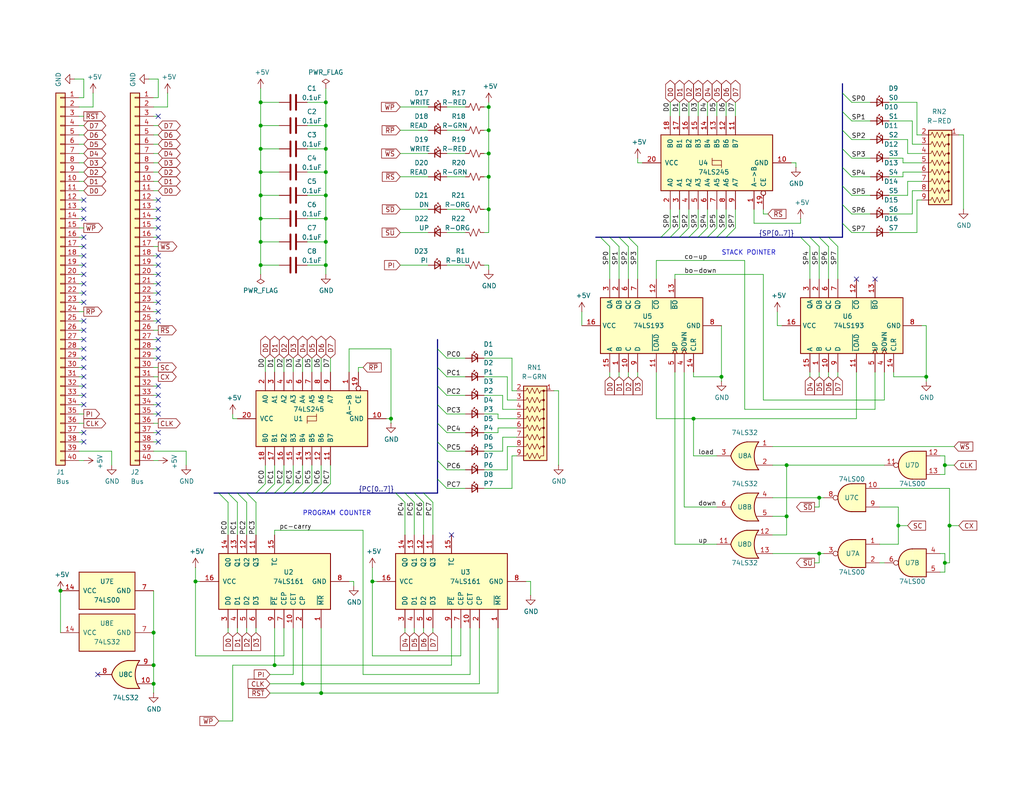
<source format=kicad_sch>
(kicad_sch (version 20231120) (generator "eeschema") (generator_version "8.0")
  (paper "USLetter")
  (title_block (title "SAP-Plus Program Counter and Stack Pointer") (date "2024-08-19") (rev "1.0") (company "github.com/TomNisbet/sap-plus"))
  (junction (at 71.12 46.99))
  (junction (at 74.93 181.61))
  (junction (at 41.91 186.69))
  (junction (at 88.9 34.29))
  (junction (at 101.6 158.75))
  (junction (at 88.9 59.69))
  (junction (at 87.63 189.23))
  (junction (at 196.85 102.87))
  (junction (at 88.9 53.34))
  (junction (at 71.12 53.34))
  (junction (at 106.68 114.3))
  (junction (at 88.9 40.64))
  (junction (at 88.9 46.99))
  (junction (at 257.81 153.67))
  (junction (at 71.12 66.04))
  (junction (at 133.35 48.26))
  (junction (at 245.11 143.51))
  (junction (at 41.91 181.61))
  (junction (at 71.12 27.94))
  (junction (at 133.35 35.56))
  (junction (at 53.34 158.75))
  (junction (at 41.91 172.72))
  (junction (at 88.9 27.94))
  (junction (at 259.08 143.51))
  (junction (at 189.23 114.3))
  (junction (at 133.35 29.21))
  (junction (at 71.12 40.64))
  (junction (at 88.9 66.04))
  (junction (at 214.63 127))
  (junction (at 214.63 140.97))
  (junction (at 223.52 151.13))
  (junction (at 71.12 34.29))
  (junction (at 88.9 72.39))
  (junction (at 133.35 41.91))
  (junction (at 133.35 57.15))
  (junction (at 71.12 59.69))
  (junction (at 82.55 186.69))
  (junction (at 257.81 127))
  (junction (at 16.51 161.29))
  (junction (at 223.52 135.89))
  (junction (at 71.12 72.39))
  (junction (at 252.73 102.87))
  (no_connect (at 123.19 146.05))
  (no_connect (at 22.86 80.01))
  (no_connect (at 22.86 87.63))
  (no_connect (at 22.86 59.69))
  (no_connect (at 43.18 107.95))
  (no_connect (at 43.18 118.11))
  (no_connect (at 238.76 76.2))
  (no_connect (at 22.86 64.77))
  (no_connect (at 43.18 92.71))
  (no_connect (at 43.18 62.23))
  (no_connect (at 22.86 69.85))
  (no_connect (at 43.18 54.61))
  (no_connect (at 22.86 97.79))
  (no_connect (at 22.86 77.47))
  (no_connect (at 22.86 118.11))
  (no_connect (at 43.18 64.77))
  (no_connect (at 22.86 74.93))
  (no_connect (at 22.86 57.15))
  (no_connect (at 43.18 72.39))
  (no_connect (at 43.18 69.85))
  (no_connect (at 43.18 77.47))
  (no_connect (at 26.67 184.15))
  (no_connect (at 22.86 92.71))
  (no_connect (at 22.86 67.31))
  (no_connect (at 43.18 95.25))
  (no_connect (at 43.18 120.65))
  (no_connect (at 22.86 95.25))
  (no_connect (at 22.86 102.87))
  (no_connect (at 22.86 105.41))
  (no_connect (at 22.86 100.33))
  (no_connect (at 22.86 90.17))
  (no_connect (at 43.18 110.49))
  (no_connect (at 43.18 74.93))
  (no_connect (at 233.68 76.2))
  (no_connect (at 43.18 85.09))
  (no_connect (at 43.18 80.01))
  (no_connect (at 22.86 82.55))
  (no_connect (at 22.86 120.65))
  (no_connect (at 22.86 54.61))
  (no_connect (at 22.86 107.95))
  (no_connect (at 43.18 31.75))
  (no_connect (at 43.18 59.69))
  (no_connect (at 43.18 113.03))
  (no_connect (at 43.18 97.79))
  (no_connect (at 22.86 110.49))
  (no_connect (at 43.18 87.63))
  (no_connect (at 22.86 72.39))
  (no_connect (at 43.18 57.15))
  (no_connect (at 43.18 105.41))
  (no_connect (at 43.18 82.55))
  (bus_entry (at 166.37 64.77) (size 2.54 2.54))
  (bus_entry (at 163.83 64.77) (size 2.54 2.54))
  (bus_entry (at 229.87 30.48) (size 2.54 2.54))
  (bus_entry (at 119.38 95.25) (size 2.54 2.54))
  (bus_entry (at 195.58 64.77) (size 2.54 -2.54))
  (bus_entry (at 107.95 134.62) (size 2.54 2.54))
  (bus_entry (at 226.06 64.77) (size 2.54 2.54))
  (bus_entry (at 67.31 134.62) (size 2.54 2.54))
  (bus_entry (at 113.03 134.62) (size 2.54 2.54))
  (bus_entry (at 115.57 134.62) (size 2.54 2.54))
  (bus_entry (at 229.87 60.96) (size 2.54 2.54))
  (bus_entry (at 59.69 134.62) (size 2.54 2.54))
  (bus_entry (at 229.87 35.56) (size 2.54 2.54))
  (bus_entry (at 168.91 64.77) (size 2.54 2.54))
  (bus_entry (at 69.85 134.62) (size 2.54 -2.54))
  (bus_entry (at 64.77 134.62) (size 2.54 2.54))
  (bus_entry (at 218.44 64.77) (size 2.54 2.54))
  (bus_entry (at 119.38 125.73) (size 2.54 2.54))
  (bus_entry (at 180.34 64.77) (size 2.54 -2.54))
  (bus_entry (at 62.23 134.62) (size 2.54 2.54))
  (bus_entry (at 185.42 64.77) (size 2.54 -2.54))
  (bus_entry (at 182.88 64.77) (size 2.54 -2.54))
  (bus_entry (at 119.38 130.81) (size 2.54 2.54))
  (bus_entry (at 229.87 50.8) (size 2.54 2.54))
  (bus_entry (at 119.38 100.33) (size 2.54 2.54))
  (bus_entry (at 77.47 134.62) (size 2.54 -2.54))
  (bus_entry (at 87.63 134.62) (size 2.54 -2.54))
  (bus_entry (at 229.87 55.88) (size 2.54 2.54))
  (bus_entry (at 223.52 64.77) (size 2.54 2.54))
  (bus_entry (at 229.87 45.72) (size 2.54 2.54))
  (bus_entry (at 72.39 134.62) (size 2.54 -2.54))
  (bus_entry (at 187.96 64.77) (size 2.54 -2.54))
  (bus_entry (at 171.45 64.77) (size 2.54 2.54))
  (bus_entry (at 119.38 110.49) (size 2.54 2.54))
  (bus_entry (at 82.55 134.62) (size 2.54 -2.54))
  (bus_entry (at 119.38 105.41) (size 2.54 2.54))
  (bus_entry (at 229.87 25.4) (size 2.54 2.54))
  (bus_entry (at 193.04 64.77) (size 2.54 -2.54))
  (bus_entry (at 110.49 134.62) (size 2.54 2.54))
  (bus_entry (at 119.38 115.57) (size 2.54 2.54))
  (bus_entry (at 85.09 134.62) (size 2.54 -2.54))
  (bus_entry (at 119.38 120.65) (size 2.54 2.54))
  (bus_entry (at 74.93 134.62) (size 2.54 -2.54))
  (bus_entry (at 198.12 64.77) (size 2.54 -2.54))
  (bus_entry (at 190.5 64.77) (size 2.54 -2.54))
  (bus_entry (at 80.01 134.62) (size 2.54 -2.54))
  (bus_entry (at 220.98 64.77) (size 2.54 2.54))
  (bus_entry (at 229.87 40.64) (size 2.54 2.54))
  (wire (pts (xy 228.6 102.87) (xy 228.6 101.6)))
  (wire (pts (xy 118.11 137.16) (xy 118.11 146.05)))
  (wire (pts (xy 21.59 123.19) (xy 30.48 123.19)))
  (wire (pts (xy 140.97 106.68) (xy 139.7 106.68)))
  (wire (pts (xy 99.06 100.33) (xy 97.79 100.33)))
  (wire (pts (xy 21.59 29.21) (xy 25.4 29.21)))
  (wire (pts (xy 22.86 87.63) (xy 21.59 87.63)))
  (wire (pts (xy 232.41 33.02) (xy 237.49 33.02)))
  (wire (pts (xy 22.86 34.29) (xy 21.59 34.29)))
  (wire (pts (xy 22.86 105.41) (xy 21.59 105.41)))
  (wire (pts (xy 139.7 133.35) (xy 139.7 124.46)))
  (bus (pts (xy 119.38 100.33) (xy 119.38 105.41)))
  (wire (pts (xy 135.89 171.45) (xy 135.89 189.23)))
  (wire (pts (xy 82.55 186.69) (xy 73.66 186.69)))
  (bus (pts (xy 229.87 25.4) (xy 229.87 30.48)))
  (wire (pts (xy 214.63 127) (xy 241.3 127)))
  (wire (pts (xy 203.2 111.76) (xy 238.76 111.76)))
  (wire (pts (xy 22.86 54.61) (xy 21.59 54.61)))
  (wire (pts (xy 43.18 118.11) (xy 41.91 118.11)))
  (wire (pts (xy 90.17 132.08) (xy 90.17 127)))
  (wire (pts (xy 246.38 43.18) (xy 246.38 44.45)))
  (bus (pts (xy 72.39 134.62) (xy 74.93 134.62)))
  (wire (pts (xy 43.18 110.49) (xy 41.91 110.49)))
  (wire (pts (xy 242.57 58.42) (xy 248.92 58.42)))
  (bus (pts (xy 218.44 64.77) (xy 220.98 64.77)))
  (wire (pts (xy 43.18 125.73) (xy 41.91 125.73)))
  (bus (pts (xy 229.87 30.48) (xy 229.87 35.56)))
  (wire (pts (xy 109.22 41.91) (xy 116.84 41.91)))
  (bus (pts (xy 119.38 125.73) (xy 119.38 130.81)))
  (wire (pts (xy 133.35 29.21) (xy 133.35 35.56)))
  (wire (pts (xy 257.81 129.54) (xy 256.54 129.54)))
  (wire (pts (xy 99.06 184.15) (xy 128.27 184.15)))
  (bus (pts (xy 223.52 64.77) (xy 226.06 64.77)))
  (wire (pts (xy 77.47 132.08) (xy 77.47 127)))
  (wire (pts (xy 257.81 124.46) (xy 257.81 127)))
  (wire (pts (xy 74.93 132.08) (xy 74.93 127)))
  (wire (pts (xy 133.35 41.91) (xy 133.35 48.26)))
  (wire (pts (xy 22.86 80.01) (xy 21.59 80.01)))
  (wire (pts (xy 22.86 64.77) (xy 21.59 64.77)))
  (wire (pts (xy 109.22 72.39) (xy 116.84 72.39)))
  (bus (pts (xy 119.38 130.81) (xy 119.38 134.62)))
  (wire (pts (xy 16.51 172.72) (xy 16.51 161.29)))
  (wire (pts (xy 97.79 100.33) (xy 97.79 101.6)))
  (wire (pts (xy 41.91 186.69) (xy 41.91 189.23)))
  (wire (pts (xy 121.92 123.19) (xy 127 123.19)))
  (wire (pts (xy 127 29.21) (xy 121.92 29.21)))
  (wire (pts (xy 88.9 53.34) (xy 88.9 59.69)))
  (wire (pts (xy 63.5 196.85) (xy 63.5 181.61)))
  (wire (pts (xy 43.18 100.33) (xy 41.91 100.33)))
  (wire (pts (xy 22.86 74.93) (xy 21.59 74.93)))
  (wire (pts (xy 247.65 143.51) (xy 245.11 143.51)))
  (wire (pts (xy 76.2 53.34) (xy 71.12 53.34)))
  (wire (pts (xy 101.6 158.75) (xy 101.6 154.94)))
  (wire (pts (xy 43.18 44.45) (xy 41.91 44.45)))
  (bus (pts (xy 198.12 64.77) (xy 218.44 64.77)))
  (wire (pts (xy 138.43 109.22) (xy 140.97 109.22)))
  (wire (pts (xy 210.82 121.92) (xy 260.35 121.92)))
  (wire (pts (xy 109.22 57.15) (xy 116.84 57.15)))
  (bus (pts (xy 229.87 22.86) (xy 229.87 25.4)))
  (wire (pts (xy 139.7 106.68) (xy 139.7 97.79)))
  (wire (pts (xy 76.2 59.69) (xy 71.12 59.69)))
  (wire (pts (xy 168.91 67.31) (xy 168.91 76.2)))
  (wire (pts (xy 76.2 46.99) (xy 71.12 46.99)))
  (wire (pts (xy 41.91 123.19) (xy 50.8 123.19)))
  (wire (pts (xy 246.38 44.45) (xy 251.46 44.45)))
  (wire (pts (xy 133.35 35.56) (xy 133.35 41.91)))
  (wire (pts (xy 54.61 158.75) (xy 53.34 158.75)))
  (wire (pts (xy 22.86 92.71) (xy 21.59 92.71)))
  (wire (pts (xy 232.41 48.26) (xy 237.49 48.26)))
  (bus (pts (xy 163.83 64.77) (xy 166.37 64.77)))
  (wire (pts (xy 71.12 46.99) (xy 71.12 53.34)))
  (wire (pts (xy 128.27 184.15) (xy 128.27 171.45)))
  (wire (pts (xy 186.69 138.43) (xy 195.58 138.43)))
  (wire (pts (xy 109.22 48.26) (xy 116.84 48.26)))
  (wire (pts (xy 208.28 74.93) (xy 208.28 109.22)))
  (wire (pts (xy 22.86 46.99) (xy 21.59 46.99)))
  (wire (pts (xy 88.9 66.04) (xy 88.9 72.39)))
  (wire (pts (xy 115.57 171.45) (xy 115.57 172.72)))
  (bus (pts (xy 119.38 110.49) (xy 119.38 115.57)))
  (wire (pts (xy 173.99 67.31) (xy 173.99 76.2)))
  (wire (pts (xy 212.09 88.9) (xy 212.09 85.09)))
  (wire (pts (xy 22.86 49.53) (xy 21.59 49.53)))
  (bus (pts (xy 69.85 134.62) (xy 72.39 134.62)))
  (wire (pts (xy 210.82 135.89) (xy 223.52 135.89)))
  (wire (pts (xy 256.54 151.13) (xy 257.81 151.13)))
  (wire (pts (xy 133.35 41.91) (xy 132.08 41.91)))
  (wire (pts (xy 259.08 133.35) (xy 259.08 143.51)))
  (bus (pts (xy 229.87 50.8) (xy 229.87 55.88)))
  (wire (pts (xy 77.47 101.6) (xy 77.47 97.79)))
  (wire (pts (xy 22.86 67.31) (xy 21.59 67.31)))
  (wire (pts (xy 22.86 59.69) (xy 21.59 59.69)))
  (wire (pts (xy 189.23 124.46) (xy 189.23 114.3)))
  (wire (pts (xy 222.25 138.43) (xy 223.52 138.43)))
  (wire (pts (xy 45.72 25.4) (xy 45.72 29.21)))
  (bus (pts (xy 82.55 134.62) (xy 85.09 134.62)))
  (wire (pts (xy 133.35 29.21) (xy 132.08 29.21)))
  (wire (pts (xy 189.23 114.3) (xy 179.07 114.3)))
  (wire (pts (xy 209.55 58.42) (xy 208.28 58.42)))
  (wire (pts (xy 171.45 67.31) (xy 171.45 76.2)))
  (bus (pts (xy 64.77 134.62) (xy 67.31 134.62)))
  (wire (pts (xy 43.18 62.23) (xy 41.91 62.23)))
  (wire (pts (xy 175.26 44.45) (xy 173.99 44.45)))
  (wire (pts (xy 251.46 36.83) (xy 250.19 36.83)))
  (wire (pts (xy 67.31 171.45) (xy 67.31 172.72)))
  (wire (pts (xy 127 97.79) (xy 121.92 97.79)))
  (bus (pts (xy 193.04 64.77) (xy 195.58 64.77)))
  (wire (pts (xy 241.3 109.22) (xy 241.3 101.6)))
  (wire (pts (xy 43.18 26.67) (xy 41.91 26.67)))
  (wire (pts (xy 121.92 113.03) (xy 127 113.03)))
  (wire (pts (xy 133.35 57.15) (xy 133.35 63.5)))
  (wire (pts (xy 109.22 63.5) (xy 116.84 63.5)))
  (wire (pts (xy 132.08 97.79) (xy 139.7 97.79)))
  (wire (pts (xy 88.9 24.13) (xy 88.9 27.94)))
  (wire (pts (xy 85.09 132.08) (xy 85.09 127)))
  (bus (pts (xy 185.42 64.77) (xy 187.96 64.77)))
  (wire (pts (xy 87.63 189.23) (xy 73.66 189.23)))
  (bus (pts (xy 119.38 115.57) (xy 119.38 120.65)))
  (wire (pts (xy 43.18 21.59) (xy 43.18 26.67)))
  (wire (pts (xy 121.92 72.39) (xy 127 72.39)))
  (wire (pts (xy 214.63 146.05) (xy 214.63 140.97)))
  (wire (pts (xy 242.57 48.26) (xy 246.38 48.26)))
  (wire (pts (xy 74.93 101.6) (xy 74.93 97.79)))
  (wire (pts (xy 43.18 105.41) (xy 41.91 105.41)))
  (wire (pts (xy 43.18 72.39) (xy 41.91 72.39)))
  (wire (pts (xy 173.99 102.87) (xy 173.99 101.6)))
  (wire (pts (xy 184.15 74.93) (xy 208.28 74.93)))
  (wire (pts (xy 50.8 123.19) (xy 50.8 127)))
  (wire (pts (xy 137.16 119.38) (xy 140.97 119.38)))
  (wire (pts (xy 67.31 137.16) (xy 67.31 146.05)))
  (wire (pts (xy 22.86 41.91) (xy 21.59 41.91)))
  (wire (pts (xy 193.04 31.75) (xy 193.04 27.94)))
  (wire (pts (xy 88.9 59.69) (xy 88.9 66.04)))
  (bus (pts (xy 229.87 55.88) (xy 229.87 60.96)))
  (bus (pts (xy 229.87 40.64) (xy 229.87 45.72)))
  (wire (pts (xy 106.68 114.3) (xy 106.68 115.57)))
  (bus (pts (xy 195.58 64.77) (xy 198.12 64.77)))
  (wire (pts (xy 187.96 31.75) (xy 187.96 27.94)))
  (wire (pts (xy 22.86 62.23) (xy 21.59 62.23)))
  (wire (pts (xy 189.23 102.87) (xy 196.85 102.87)))
  (wire (pts (xy 262.89 36.83) (xy 262.89 57.15)))
  (wire (pts (xy 246.38 48.26) (xy 246.38 46.99)))
  (wire (pts (xy 137.16 123.19) (xy 137.16 119.38)))
  (wire (pts (xy 184.15 101.6) (xy 184.15 148.59)))
  (wire (pts (xy 25.4 25.4) (xy 25.4 29.21)))
  (wire (pts (xy 109.22 35.56) (xy 116.84 35.56)))
  (wire (pts (xy 43.18 85.09) (xy 41.91 85.09)))
  (wire (pts (xy 22.86 57.15) (xy 21.59 57.15)))
  (wire (pts (xy 166.37 101.6) (xy 166.37 102.87)))
  (wire (pts (xy 21.59 115.57) (xy 22.86 115.57)))
  (bus (pts (xy 80.01 134.62) (xy 82.55 134.62)))
  (wire (pts (xy 232.41 53.34) (xy 237.49 53.34)))
  (wire (pts (xy 22.86 102.87) (xy 21.59 102.87)))
  (wire (pts (xy 43.18 36.83) (xy 41.91 36.83)))
  (bus (pts (xy 119.38 120.65) (xy 119.38 125.73)))
  (wire (pts (xy 121.92 107.95) (xy 127 107.95)))
  (wire (pts (xy 80.01 184.15) (xy 73.66 184.15)))
  (wire (pts (xy 242.57 38.1) (xy 247.65 38.1)))
  (wire (pts (xy 95.25 101.6) (xy 95.25 95.25)))
  (wire (pts (xy 137.16 111.76) (xy 140.97 111.76)))
  (wire (pts (xy 247.65 41.91) (xy 251.46 41.91)))
  (wire (pts (xy 223.52 153.67) (xy 223.52 151.13)))
  (wire (pts (xy 63.5 114.3) (xy 63.5 113.03)))
  (wire (pts (xy 220.98 67.31) (xy 220.98 76.2)))
  (wire (pts (xy 187.96 62.23) (xy 187.96 57.15)))
  (wire (pts (xy 233.68 101.6) (xy 233.68 114.3)))
  (wire (pts (xy 232.41 43.18) (xy 237.49 43.18)))
  (wire (pts (xy 87.63 189.23) (xy 135.89 189.23)))
  (wire (pts (xy 21.59 118.11) (xy 22.86 118.11)))
  (wire (pts (xy 76.2 40.64) (xy 71.12 40.64)))
  (wire (pts (xy 74.93 171.45) (xy 74.93 181.61)))
  (wire (pts (xy 22.86 31.75) (xy 21.59 31.75)))
  (wire (pts (xy 22.86 107.95) (xy 21.59 107.95)))
  (wire (pts (xy 43.18 92.71) (xy 41.91 92.71)))
  (wire (pts (xy 242.57 27.94) (xy 250.19 27.94)))
  (wire (pts (xy 223.52 101.6) (xy 223.52 102.87)))
  (bus (pts (xy 85.09 134.62) (xy 87.63 134.62)))
  (wire (pts (xy 43.18 57.15) (xy 41.91 57.15)))
  (wire (pts (xy 257.81 153.67) (xy 259.08 153.67)))
  (wire (pts (xy 88.9 34.29) (xy 88.9 40.64)))
  (wire (pts (xy 203.2 71.12) (xy 203.2 111.76)))
  (bus (pts (xy 62.23 134.62) (xy 64.77 134.62)))
  (wire (pts (xy 184.15 76.2) (xy 184.15 74.93)))
  (wire (pts (xy 127 63.5) (xy 121.92 63.5)))
  (wire (pts (xy 185.42 62.23) (xy 185.42 57.15)))
  (wire (pts (xy 22.86 52.07) (xy 21.59 52.07)))
  (wire (pts (xy 179.07 71.12) (xy 203.2 71.12)))
  (wire (pts (xy 43.18 80.01) (xy 41.91 80.01)))
  (wire (pts (xy 43.18 87.63) (xy 41.91 87.63)))
  (bus (pts (xy 171.45 64.77) (xy 180.34 64.77)))
  (bus (pts (xy 226.06 64.77) (xy 229.87 64.77)))
  (wire (pts (xy 139.7 124.46) (xy 140.97 124.46)))
  (wire (pts (xy 22.86 95.25) (xy 21.59 95.25)))
  (wire (pts (xy 132.08 102.87) (xy 138.43 102.87)))
  (wire (pts (xy 125.73 171.45) (xy 125.73 179.07)))
  (wire (pts (xy 240.03 153.67) (xy 241.3 153.67)))
  (wire (pts (xy 88.9 27.94) (xy 88.9 34.29)))
  (wire (pts (xy 43.18 82.55) (xy 41.91 82.55)))
  (wire (pts (xy 243.84 102.87) (xy 243.84 101.6)))
  (bus (pts (xy 119.38 105.41) (xy 119.38 110.49)))
  (wire (pts (xy 71.12 34.29) (xy 71.12 40.64)))
  (wire (pts (xy 245.11 148.59) (xy 240.03 148.59)))
  (wire (pts (xy 22.86 69.85) (xy 21.59 69.85)))
  (wire (pts (xy 205.74 57.15) (xy 205.74 60.96)))
  (bus (pts (xy 190.5 64.77) (xy 193.04 64.77)))
  (wire (pts (xy 85.09 101.6) (xy 85.09 97.79)))
  (wire (pts (xy 132.08 72.39) (xy 133.35 72.39)))
  (wire (pts (xy 83.82 59.69) (xy 88.9 59.69)))
  (wire (pts (xy 71.12 66.04) (xy 71.12 72.39)))
  (wire (pts (xy 232.41 38.1) (xy 237.49 38.1)))
  (wire (pts (xy 43.18 52.07) (xy 41.91 52.07)))
  (wire (pts (xy 22.86 26.67) (xy 21.59 26.67)))
  (wire (pts (xy 168.91 101.6) (xy 168.91 102.87)))
  (wire (pts (xy 76.2 66.04) (xy 71.12 66.04)))
  (wire (pts (xy 96.52 158.75) (xy 96.52 160.02)))
  (wire (pts (xy 261.62 36.83) (xy 262.89 36.83)))
  (wire (pts (xy 76.2 72.39) (xy 71.12 72.39)))
  (wire (pts (xy 83.82 53.34) (xy 88.9 53.34)))
  (wire (pts (xy 88.9 72.39) (xy 88.9 74.93)))
  (wire (pts (xy 41.91 113.03) (xy 43.18 113.03)))
  (wire (pts (xy 71.12 27.94) (xy 71.12 34.29)))
  (wire (pts (xy 77.47 171.45) (xy 77.47 179.07)))
  (wire (pts (xy 110.49 171.45) (xy 110.49 172.72)))
  (wire (pts (xy 138.43 102.87) (xy 138.43 109.22)))
  (wire (pts (xy 74.93 144.78) (xy 74.93 146.05)))
  (bus (pts (xy 113.03 134.62) (xy 115.57 134.62)))
  (wire (pts (xy 41.91 172.72) (xy 41.91 181.61)))
  (wire (pts (xy 118.11 172.72) (xy 118.11 171.45)))
  (wire (pts (xy 217.17 44.45) (xy 217.17 45.72)))
  (wire (pts (xy 179.07 76.2) (xy 179.07 71.12)))
  (wire (pts (xy 252.73 88.9) (xy 251.46 88.9)))
  (wire (pts (xy 247.65 49.53) (xy 251.46 49.53)))
  (wire (pts (xy 185.42 31.75) (xy 185.42 27.94)))
  (bus (pts (xy 229.87 35.56) (xy 229.87 40.64)))
  (wire (pts (xy 210.82 140.97) (xy 214.63 140.97)))
  (wire (pts (xy 143.51 158.75) (xy 144.78 158.75)))
  (wire (pts (xy 115.57 137.16) (xy 115.57 146.05)))
  (wire (pts (xy 132.08 133.35) (xy 139.7 133.35)))
  (wire (pts (xy 80.01 171.45) (xy 80.01 184.15)))
  (wire (pts (xy 76.2 27.94) (xy 71.12 27.94)))
  (wire (pts (xy 64.77 114.3) (xy 63.5 114.3)))
  (wire (pts (xy 43.18 54.61) (xy 41.91 54.61)))
  (wire (pts (xy 99.06 144.78) (xy 99.06 184.15)))
  (wire (pts (xy 43.18 46.99) (xy 41.91 46.99)))
  (wire (pts (xy 106.68 95.25) (xy 106.68 114.3)))
  (wire (pts (xy 43.18 34.29) (xy 41.91 34.29)))
  (wire (pts (xy 87.63 101.6) (xy 87.63 97.79)))
  (bus (pts (xy 229.87 45.72) (xy 229.87 50.8)))
  (wire (pts (xy 259.08 143.51) (xy 259.08 153.67)))
  (wire (pts (xy 132.08 113.03) (xy 135.89 113.03)))
  (wire (pts (xy 257.81 153.67) (xy 257.81 156.21)))
  (wire (pts (xy 240.03 133.35) (xy 259.08 133.35)))
  (wire (pts (xy 200.66 31.75) (xy 200.66 27.94)))
  (wire (pts (xy 166.37 67.31) (xy 166.37 76.2)))
  (wire (pts (xy 22.86 85.09) (xy 21.59 85.09)))
  (wire (pts (xy 184.15 148.59) (xy 195.58 148.59)))
  (bus (pts (xy 229.87 60.96) (xy 229.87 64.77)))
  (wire (pts (xy 102.87 158.75) (xy 101.6 158.75)))
  (wire (pts (xy 76.2 34.29) (xy 71.12 34.29)))
  (wire (pts (xy 43.18 49.53) (xy 41.91 49.53)))
  (wire (pts (xy 101.6 158.75) (xy 101.6 179.07)))
  (wire (pts (xy 248.92 52.07) (xy 251.46 52.07)))
  (wire (pts (xy 257.81 127) (xy 257.81 129.54)))
  (wire (pts (xy 247.65 53.34) (xy 247.65 49.53)))
  (wire (pts (xy 242.57 53.34) (xy 247.65 53.34)))
  (wire (pts (xy 69.85 137.16) (xy 69.85 146.05)))
  (wire (pts (xy 43.18 74.93) (xy 41.91 74.93)))
  (wire (pts (xy 43.18 107.95) (xy 41.91 107.95)))
  (bus (pts (xy 168.91 64.77) (xy 171.45 64.77)))
  (wire (pts (xy 132.08 107.95) (xy 137.16 107.95)))
  (bus (pts (xy 119.38 95.25) (xy 119.38 100.33)))
  (wire (pts (xy 40.64 21.59) (xy 43.18 21.59)))
  (wire (pts (xy 132.08 123.19) (xy 137.16 123.19)))
  (wire (pts (xy 232.41 63.5) (xy 237.49 63.5)))
  (wire (pts (xy 248.92 33.02) (xy 248.92 39.37)))
  (wire (pts (xy 82.55 101.6) (xy 82.55 97.79)))
  (wire (pts (xy 113.03 137.16) (xy 113.03 146.05)))
  (wire (pts (xy 247.65 38.1) (xy 247.65 41.91)))
  (wire (pts (xy 133.35 63.5) (xy 132.08 63.5)))
  (wire (pts (xy 223.52 135.89) (xy 224.79 135.89)))
  (wire (pts (xy 242.57 43.18) (xy 246.38 43.18)))
  (wire (pts (xy 233.68 114.3) (xy 189.23 114.3)))
  (wire (pts (xy 71.12 72.39) (xy 71.12 74.93)))
  (wire (pts (xy 83.82 46.99) (xy 88.9 46.99)))
  (wire (pts (xy 240.03 138.43) (xy 245.11 138.43)))
  (wire (pts (xy 71.12 40.64) (xy 71.12 46.99)))
  (wire (pts (xy 214.63 140.97) (xy 214.63 127)))
  (wire (pts (xy 113.03 171.45) (xy 113.03 172.72)))
  (wire (pts (xy 83.82 34.29) (xy 88.9 34.29)))
  (wire (pts (xy 99.06 144.78) (xy 74.93 144.78)))
  (bus (pts (xy 187.96 64.77) (xy 190.5 64.77)))
  (wire (pts (xy 43.18 120.65) (xy 41.91 120.65)))
  (wire (pts (xy 210.82 146.05) (xy 214.63 146.05)))
  (wire (pts (xy 82.55 186.69) (xy 130.81 186.69)))
  (wire (pts (xy 62.23 171.45) (xy 62.23 172.72)))
  (wire (pts (xy 101.6 179.07) (xy 125.73 179.07)))
  (wire (pts (xy 71.12 53.34) (xy 71.12 59.69)))
  (wire (pts (xy 190.5 62.23) (xy 190.5 57.15)))
  (wire (pts (xy 83.82 66.04) (xy 88.9 66.04)))
  (wire (pts (xy 22.86 72.39) (xy 21.59 72.39)))
  (wire (pts (xy 72.39 101.6) (xy 72.39 97.79)))
  (wire (pts (xy 53.34 158.75) (xy 53.34 154.94)))
  (wire (pts (xy 130.81 171.45) (xy 130.81 186.69)))
  (wire (pts (xy 198.12 62.23) (xy 198.12 57.15)))
  (wire (pts (xy 43.18 39.37) (xy 41.91 39.37)))
  (wire (pts (xy 208.28 58.42) (xy 208.28 57.15)))
  (wire (pts (xy 123.19 171.45) (xy 123.19 181.61)))
  (wire (pts (xy 22.86 90.17) (xy 21.59 90.17)))
  (wire (pts (xy 121.92 102.87) (xy 127 102.87)))
  (wire (pts (xy 71.12 59.69) (xy 71.12 66.04)))
  (wire (pts (xy 22.86 39.37) (xy 21.59 39.37)))
  (wire (pts (xy 72.39 132.08) (xy 72.39 127)))
  (wire (pts (xy 195.58 124.46) (xy 189.23 124.46)))
  (wire (pts (xy 88.9 40.64) (xy 88.9 46.99)))
  (wire (pts (xy 43.18 67.31) (xy 41.91 67.31)))
  (bus (pts (xy 107.95 134.62) (xy 110.49 134.62)))
  (wire (pts (xy 22.86 44.45) (xy 21.59 44.45)))
  (wire (pts (xy 208.28 109.22) (xy 241.3 109.22)))
  (wire (pts (xy 21.59 110.49) (xy 22.86 110.49)))
  (wire (pts (xy 63.5 181.61) (xy 74.93 181.61)))
  (wire (pts (xy 63.5 196.85) (xy 59.69 196.85)))
  (wire (pts (xy 237.49 27.94) (xy 232.41 27.94)))
  (wire (pts (xy 182.88 62.23) (xy 182.88 57.15)))
  (bus (pts (xy 119.38 92.71) (xy 119.38 95.25)))
  (wire (pts (xy 222.25 153.67) (xy 223.52 153.67)))
  (bus (pts (xy 77.47 134.62) (xy 80.01 134.62)))
  (wire (pts (xy 144.78 158.75) (xy 144.78 162.56)))
  (wire (pts (xy 179.07 114.3) (xy 179.07 101.6)))
  (wire (pts (xy 43.18 102.87) (xy 41.91 102.87)))
  (wire (pts (xy 257.81 156.21) (xy 256.54 156.21)))
  (wire (pts (xy 173.99 44.45) (xy 173.99 43.18)))
  (wire (pts (xy 152.4 106.68) (xy 152.4 127)))
  (wire (pts (xy 109.22 29.21) (xy 116.84 29.21)))
  (wire (pts (xy 22.86 36.83) (xy 21.59 36.83)))
  (wire (pts (xy 259.08 143.51) (xy 261.62 143.51)))
  (wire (pts (xy 62.23 137.16) (xy 62.23 146.05)))
  (wire (pts (xy 190.5 31.75) (xy 190.5 27.94)))
  (wire (pts (xy 22.86 113.03) (xy 21.59 113.03)))
  (wire (pts (xy 133.35 48.26) (xy 133.35 57.15)))
  (wire (pts (xy 132.08 118.11) (xy 135.89 118.11)))
  (wire (pts (xy 218.44 60.96) (xy 218.44 59.69)))
  (bus (pts (xy 220.98 64.77) (xy 223.52 64.77)))
  (wire (pts (xy 22.86 125.73) (xy 21.59 125.73)))
  (wire (pts (xy 43.18 95.25) (xy 41.91 95.25)))
  (wire (pts (xy 127 35.56) (xy 121.92 35.56)))
  (wire (pts (xy 82.55 171.45) (xy 82.55 186.69)))
  (wire (pts (xy 20.32 21.59) (xy 22.86 21.59)))
  (wire (pts (xy 196.85 88.9) (xy 196.85 102.87)))
  (wire (pts (xy 257.81 151.13) (xy 257.81 153.67)))
  (wire (pts (xy 43.18 115.57) (xy 41.91 115.57)))
  (wire (pts (xy 43.18 90.17) (xy 41.91 90.17)))
  (wire (pts (xy 30.48 123.19) (xy 30.48 127)))
  (wire (pts (xy 200.66 62.23) (xy 200.66 57.15)))
  (wire (pts (xy 74.93 181.61) (xy 123.19 181.61)))
  (wire (pts (xy 83.82 40.64) (xy 88.9 40.64)))
  (wire (pts (xy 223.52 67.31) (xy 223.52 76.2)))
  (wire (pts (xy 83.82 72.39) (xy 88.9 72.39)))
  (wire (pts (xy 80.01 101.6) (xy 80.01 97.79)))
  (wire (pts (xy 198.12 31.75) (xy 198.12 27.94)))
  (wire (pts (xy 21.59 120.65) (xy 22.86 120.65)))
  (wire (pts (xy 53.34 179.07) (xy 53.34 158.75)))
  (wire (pts (xy 232.41 58.42) (xy 237.49 58.42)))
  (wire (pts (xy 88.9 46.99) (xy 88.9 53.34)))
  (wire (pts (xy 121.92 133.35) (xy 127 133.35)))
  (wire (pts (xy 252.73 102.87) (xy 252.73 104.14)))
  (wire (pts (xy 22.86 21.59) (xy 22.86 26.67)))
  (bus (pts (xy 115.57 134.62) (xy 119.38 134.62)))
  (wire (pts (xy 226.06 101.6) (xy 226.06 102.87)))
  (wire (pts (xy 223.52 135.89) (xy 223.52 138.43)))
  (wire (pts (xy 69.85 172.72) (xy 69.85 171.45)))
  (bus (pts (xy 74.93 134.62) (xy 77.47 134.62)))
  (wire (pts (xy 135.89 118.11) (xy 135.89 116.84)))
  (bus (pts (xy 67.31 134.62) (xy 69.85 134.62)))
  (bus (pts (xy 166.37 64.77) (xy 168.91 64.77)))
  (wire (pts (xy 256.54 124.46) (xy 257.81 124.46)))
  (wire (pts (xy 43.18 97.79) (xy 41.91 97.79)))
  (wire (pts (xy 105.41 114.3) (xy 106.68 114.3)))
  (wire (pts (xy 43.18 77.47) (xy 41.91 77.47)))
  (wire (pts (xy 127 41.91) (xy 121.92 41.91)))
  (wire (pts (xy 43.18 31.75) (xy 41.91 31.75)))
  (wire (pts (xy 121.92 128.27) (xy 127 128.27)))
  (wire (pts (xy 80.01 132.08) (xy 80.01 127)))
  (wire (pts (xy 210.82 127) (xy 214.63 127)))
  (bus (pts (xy 182.88 64.77) (xy 185.42 64.77)))
  (wire (pts (xy 95.25 158.75) (xy 96.52 158.75)))
  (wire (pts (xy 186.69 101.6) (xy 186.69 138.43)))
  (wire (pts (xy 83.82 27.94) (xy 88.9 27.94)))
  (wire (pts (xy 90.17 101.6) (xy 90.17 97.79)))
  (wire (pts (xy 250.19 63.5) (xy 250.19 54.61)))
  (wire (pts (xy 151.13 106.68) (xy 152.4 106.68)))
  (wire (pts (xy 260.35 127) (xy 257.81 127)))
  (wire (pts (xy 127 48.26) (xy 121.92 48.26)))
  (wire (pts (xy 110.49 137.16) (xy 110.49 146.05)))
  (wire (pts (xy 135.89 113.03) (xy 135.89 114.3)))
  (bus (pts (xy 87.63 134.62) (xy 107.95 134.62)))
  (wire (pts (xy 226.06 67.31) (xy 226.06 76.2)))
  (wire (pts (xy 228.6 67.31) (xy 228.6 76.2)))
  (wire (pts (xy 250.19 54.61) (xy 251.46 54.61)))
  (wire (pts (xy 210.82 151.13) (xy 223.52 151.13)))
  (bus (pts (xy 59.69 134.62) (xy 62.23 134.62)))
  (wire (pts (xy 64.77 137.16) (xy 64.77 146.05)))
  (wire (pts (xy 138.43 121.92) (xy 140.97 121.92)))
  (wire (pts (xy 248.92 58.42) (xy 248.92 52.07)))
  (wire (pts (xy 133.35 57.15) (xy 132.08 57.15)))
  (wire (pts (xy 95.25 95.25) (xy 106.68 95.25)))
  (wire (pts (xy 133.35 35.56) (xy 132.08 35.56)))
  (wire (pts (xy 22.86 77.47) (xy 21.59 77.47)))
  (wire (pts (xy 220.98 101.6) (xy 220.98 102.87)))
  (wire (pts (xy 133.35 72.39) (xy 133.35 73.66)))
  (wire (pts (xy 43.18 64.77) (xy 41.91 64.77)))
  (wire (pts (xy 133.35 27.94) (xy 133.35 29.21)))
  (wire (pts (xy 71.12 24.13) (xy 71.12 27.94)))
  (wire (pts (xy 171.45 101.6) (xy 171.45 102.87)))
  (wire (pts (xy 246.38 46.99) (xy 251.46 46.99)))
  (wire (pts (xy 43.18 41.91) (xy 41.91 41.91)))
  (wire (pts (xy 53.34 179.07) (xy 77.47 179.07)))
  (wire (pts (xy 242.57 33.02) (xy 248.92 33.02)))
  (wire (pts (xy 127 57.15) (xy 121.92 57.15)))
  (wire (pts (xy 243.84 102.87) (xy 252.73 102.87)))
  (wire (pts (xy 158.75 88.9) (xy 158.75 85.09)))
  (wire (pts (xy 213.36 88.9) (xy 212.09 88.9)))
  (wire (pts (xy 43.18 69.85) (xy 41.91 69.85)))
  (wire (pts (xy 245.11 138.43) (xy 245.11 143.51)))
  (wire (pts (xy 242.57 63.5) (xy 250.19 63.5)))
  (wire (pts (xy 133.35 48.26) (xy 132.08 48.26)))
  (wire (pts (xy 248.92 39.37) (xy 251.46 39.37)))
  (wire (pts (xy 205.74 60.96) (xy 218.44 60.96)))
  (wire (pts (xy 189.23 101.6) (xy 189.23 102.87)))
  (wire (pts (xy 250.19 36.83) (xy 250.19 27.94)))
  (wire (pts (xy 135.89 116.84) (xy 140.97 116.84)))
  (wire (pts (xy 223.52 151.13) (xy 224.79 151.13)))
  (wire (pts (xy 41.91 161.29) (xy 41.91 172.72)))
  (wire (pts (xy 238.76 111.76) (xy 238.76 101.6)))
  (bus (pts (xy 162.56 64.77) (xy 163.83 64.77)))
  (wire (pts (xy 87.63 171.45) (xy 87.63 189.23)))
  (wire (pts (xy 215.9 44.45) (xy 217.17 44.45)))
  (wire (pts (xy 193.04 62.23) (xy 193.04 57.15)))
  (wire (pts (xy 245.11 143.51) (xy 245.11 148.59)))
  (bus (pts (xy 58.42 134.62) (xy 59.69 134.62)))
  (wire (pts (xy 22.86 100.33) (xy 21.59 100.33)))
  (wire (pts (xy 64.77 171.45) (xy 64.77 172.72)))
  (bus (pts (xy 110.49 134.62) (xy 113.03 134.62)))
  (wire (pts (xy 121.92 118.11) (xy 127 118.11)))
  (wire (pts (xy 41.91 29.21) (xy 45.72 29.21)))
  (wire (pts (xy 22.86 97.79) (xy 21.59 97.79)))
  (bus (pts (xy 180.34 64.77) (xy 182.88 64.77)))
  (wire (pts (xy 138.43 128.27) (xy 138.43 121.92)))
  (wire (pts (xy 22.86 82.55) (xy 21.59 82.55)))
  (wire (pts (xy 182.88 31.75) (xy 182.88 27.94)))
  (wire (pts (xy 82.55 132.08) (xy 82.55 127)))
  (wire (pts (xy 41.91 181.61) (xy 41.91 186.69)))
  (wire (pts (xy 195.58 62.23) (xy 195.58 57.15)))
  (wire (pts (xy 252.73 88.9) (xy 252.73 102.87)))
  (wire (pts (xy 196.85 102.87) (xy 196.85 104.14)))
  (wire (pts (xy 137.16 107.95) (xy 137.16 111.76)))
  (wire (pts (xy 87.63 132.08) (xy 87.63 127)))
  (wire (pts (xy 43.18 59.69) (xy 41.91 59.69)))
  (wire (pts (xy 132.08 128.27) (xy 138.43 128.27)))
  (wire (pts (xy 195.58 31.75) (xy 195.58 27.94)))
  (wire (pts (xy 135.89 114.3) (xy 140.97 114.3)))
  (text "PROGRAM COUNTER" (at 82.55 140.97 0) (effects (font (size 1.27 1.27)) (justify left bottom)))
  (text "STACK POINTER" (at 196.85 69.85 0) (effects (font (size 1.27 1.27)) (justify left bottom)))
  (label "SP4" (at 236.22 48.26 180))
  (label "D6" (at 87.63 97.79 270))
  (label "SP3" (at 236.22 43.18 180))
  (label "SP2" (at 236.22 38.1 180))
  (label "{SP[0..7]}" (at 207.01 64.77 0))
  (label "PC3" (at 80.01 128.27 270))
  (label "PC2" (at 67.31 146.05 90))
  (label "PC5" (at 85.09 128.27 270))
  (label "D3" (at 80.01 97.79 270))
  (label "PC4" (at 110.49 140.97 90))
  (label "D7" (at 200.66 27.94 270))
  (label "SP1" (at 185.42 58.42 270))
  (label "SP6" (at 226.06 72.39 90))
  (label "D0" (at 182.88 27.94 270))
  (label "{PC[0..7]}" (at 97.79 134.62 0))
  (label "SP0" (at 166.37 72.39 90))
  (label "PC4" (at 125.73 118.11 180))
  (label "SP4" (at 193.04 58.42 270))
  (label "PC0" (at 62.23 146.05 90))
  (label "PC7" (at 125.73 133.35 180))
  (label "SP3" (at 190.5 58.42 270))
  (label "D4" (at 82.55 97.79 270))
  (label "load" (at 190.5 124.46 0))
  (label "D6" (at 198.12 27.94 270))
  (label "PC3" (at 69.85 146.05 90))
  (label "pc-carry" (at 76.2 144.78 0))
  (label "PC1" (at 64.77 146.05 90))
  (label "D4" (at 193.04 27.94 270))
  (label "PC0" (at 72.39 128.27 270))
  (label "SP4" (at 220.98 72.39 90))
  (label "PC7" (at 90.17 128.27 270))
  (label "SP3" (at 173.99 72.39 90))
  (label "SP7" (at 236.22 63.5 180))
  (label "SP1" (at 236.22 33.02 180))
  (label "bo-down" (at 186.69 74.93 0))
  (label "PC1" (at 125.73 102.87 180))
  (label "D1" (at 74.93 97.79 270))
  (label "SP5" (at 223.52 72.39 90))
  (label "SP2" (at 187.96 58.42 270))
  (label "SP5" (at 195.58 58.42 270))
  (label "SP2" (at 171.45 72.39 90))
  (label "SP1" (at 168.91 72.39 90))
  (label "SP7" (at 200.66 58.42 270))
  (label "D7" (at 90.17 97.79 270))
  (label "PC7" (at 118.11 140.97 90))
  (label "SP5" (at 236.22 53.34 180))
  (label "down" (at 190.5 138.43 0))
  (label "SP6" (at 198.12 58.42 270))
  (label "PC5" (at 113.03 140.97 90))
  (label "PC2" (at 125.73 107.95 180))
  (label "D2" (at 77.47 97.79 270))
  (label "PC6" (at 115.57 140.97 90))
  (label "PC0" (at 125.73 97.79 180))
  (label "D5" (at 195.58 27.94 270))
  (label "SP0" (at 182.88 58.42 270))
  (label "up" (at 190.5 148.59 0))
  (label "SP6" (at 236.22 58.42 180))
  (label "D1" (at 185.42 27.94 270))
  (label "SP7" (at 228.6 72.39 90))
  (label "PC3" (at 125.73 113.03 180))
  (label "D3" (at 190.5 27.94 270))
  (label "PC2" (at 77.47 128.27 270))
  (label "PC6" (at 87.63 128.27 270))
  (label "PC4" (at 82.55 128.27 270))
  (label "D0" (at 72.39 97.79 270))
  (label "PC5" (at 125.73 123.19 180))
  (label "PC1" (at 74.93 128.27 270))
  (label "PC6" (at 125.73 128.27 180))
  (label "D2" (at 187.96 27.94 270))
  (label "SP0" (at 236.22 27.94 180))
  (label "D5" (at 85.09 97.79 270))
  (label "co-up" (at 186.69 71.12 0))
  (global_label "PI" (shape output) (at 22.86 113.03 0) (property "Intersheetrefs" "${INTERSHEET_REFS}" (effects (hide yes))))
  (global_label "CLK" (shape output) (at 43.18 115.57 0) (property "Intersheetrefs" "${INTERSHEET_REFS}" (effects (hide yes))))
  (global_label "D7" (shape input) (at 228.6 102.87 270) (property "Intersheetrefs" "${INTERSHEET_REFS}" (effects (hide yes))))
  (global_label "D0" (shape input) (at 62.23 172.72 270) (property "Intersheetrefs" "${INTERSHEET_REFS}" (effects (hide yes))))
  (global_label "D2" (shape tri_state) (at 77.47 97.79 90) (property "Intersheetrefs" "${INTERSHEET_REFS}" (effects (hide yes))))
  (global_label "D6" (shape tri_state) (at 198.12 27.94 90) (property "Intersheetrefs" "${INTERSHEET_REFS}" (effects (hide yes))))
  (global_label "D3" (shape tri_state) (at 80.01 97.79 90) (property "Intersheetrefs" "${INTERSHEET_REFS}" (effects (hide yes))))
  (global_label "D1" (shape bidirectional) (at 22.86 49.53 0) (property "Intersheetrefs" "${INTERSHEET_REFS}" (effects (hide yes))))
  (global_label "D3" (shape bidirectional) (at 22.86 44.45 0) (property "Intersheetrefs" "${INTERSHEET_REFS}" (effects (hide yes))))
  (global_label "D6" (shape input) (at 226.06 102.87 270) (property "Intersheetrefs" "${INTERSHEET_REFS}" (effects (hide yes))))
  (global_label "CLK" (shape input) (at 260.35 127 0) (property "Intersheetrefs" "${INTERSHEET_REFS}" (effects (hide yes))))
  (global_label "D2" (shape input) (at 67.31 172.72 270) (property "Intersheetrefs" "${INTERSHEET_REFS}" (effects (hide yes))))
  (global_label "D4" (shape input) (at 220.98 102.87 270) (property "Intersheetrefs" "${INTERSHEET_REFS}" (effects (hide yes))))
  (global_label "D3" (shape input) (at 173.99 102.87 270) (property "Intersheetrefs" "${INTERSHEET_REFS}" (effects (hide yes))))
  (global_label "D5" (shape input) (at 223.52 102.87 270) (property "Intersheetrefs" "${INTERSHEET_REFS}" (effects (hide yes))))
  (global_label "D7" (shape tri_state) (at 200.66 27.94 90) (property "Intersheetrefs" "${INTERSHEET_REFS}" (effects (hide yes))))
  (global_label "~{WP}" (shape input) (at 59.69 196.85 180) (property "Intersheetrefs" "${INTERSHEET_REFS}" (effects (hide yes))))
  (global_label "D3" (shape bidirectional) (at 43.18 44.45 0) (property "Intersheetrefs" "${INTERSHEET_REFS}" (effects (hide yes))))
  (global_label "D2" (shape tri_state) (at 187.96 27.94 90) (property "Intersheetrefs" "${INTERSHEET_REFS}" (effects (hide yes))))
  (global_label "~{WS}" (shape input) (at 109.22 41.91 180) (property "Intersheetrefs" "${INTERSHEET_REFS}" (effects (hide yes))))
  (global_label "~{RS}" (shape output) (at 43.18 90.17 0) (property "Intersheetrefs" "${INTERSHEET_REFS}" (effects (hide yes))))
  (global_label "~{RP}" (shape output) (at 22.86 85.09 0) (property "Intersheetrefs" "${INTERSHEET_REFS}" (effects (hide yes))))
  (global_label "D1" (shape tri_state) (at 74.93 97.79 90) (property "Intersheetrefs" "${INTERSHEET_REFS}" (effects (hide yes))))
  (global_label "D0" (shape tri_state) (at 182.88 27.94 90) (property "Intersheetrefs" "${INTERSHEET_REFS}" (effects (hide yes))))
  (global_label "~{SU}" (shape output) (at 222.25 153.67 180) (property "Intersheetrefs" "${INTERSHEET_REFS}" (effects (hide yes))))
  (global_label "D5" (shape input) (at 113.03 172.72 270) (property "Intersheetrefs" "${INTERSHEET_REFS}" (effects (hide yes))))
  (global_label "D1" (shape bidirectional) (at 43.18 49.53 0) (property "Intersheetrefs" "${INTERSHEET_REFS}" (effects (hide yes))))
  (global_label "D5" (shape tri_state) (at 85.09 97.79 90) (property "Intersheetrefs" "${INTERSHEET_REFS}" (effects (hide yes))))
  (global_label "~{SD}" (shape output) (at 222.25 138.43 180) (property "Intersheetrefs" "${INTERSHEET_REFS}" (effects (hide yes))))
  (global_label "~{WS}" (shape input) (at 260.35 121.92 0) (property "Intersheetrefs" "${INTERSHEET_REFS}" (effects (hide yes))))
  (global_label "D5" (shape tri_state) (at 195.58 27.94 90) (property "Intersheetrefs" "${INTERSHEET_REFS}" (effects (hide yes))))
  (global_label "D0" (shape bidirectional) (at 22.86 52.07 0) (property "Intersheetrefs" "${INTERSHEET_REFS}" (effects (hide yes))))
  (global_label "D4" (shape bidirectional) (at 43.18 41.91 0) (property "Intersheetrefs" "${INTERSHEET_REFS}" (effects (hide yes))))
  (global_label "D4" (shape input) (at 110.49 172.72 270) (property "Intersheetrefs" "${INTERSHEET_REFS}" (effects (hide yes))))
  (global_label "SC" (shape input) (at 247.65 143.51 0) (property "Intersheetrefs" "${INTERSHEET_REFS}" (effects (hide yes))))
  (global_label "~{WP}" (shape input) (at 109.22 29.21 180) (property "Intersheetrefs" "${INTERSHEET_REFS}" (effects (hide yes))))
  (global_label "CX" (shape input) (at 261.62 143.51 0) (property "Intersheetrefs" "${INTERSHEET_REFS}" (effects (hide yes))))
  (global_label "D6" (shape bidirectional) (at 22.86 36.83 0) (property "Intersheetrefs" "${INTERSHEET_REFS}" (effects (hide yes))))
  (global_label "PI" (shape input) (at 109.22 72.39 180) (property "Intersheetrefs" "${INTERSHEET_REFS}" (effects (hide yes))))
  (global_label "D5" (shape bidirectional) (at 43.18 39.37 0) (property "Intersheetrefs" "${INTERSHEET_REFS}" (effects (hide yes))))
  (global_label "SC" (shape output) (at 43.18 100.33 0) (property "Intersheetrefs" "${INTERSHEET_REFS}" (effects (hide yes))))
  (global_label "D1" (shape input) (at 64.77 172.72 270) (property "Intersheetrefs" "${INTERSHEET_REFS}" (effects (hide yes))))
  (global_label "~{WS}" (shape output) (at 43.18 67.31 0) (property "Intersheetrefs" "${INTERSHEET_REFS}" (effects (hide yes))))
  (global_label "D3" (shape tri_state) (at 190.5 27.94 90) (property "Intersheetrefs" "${INTERSHEET_REFS}" (effects (hide yes))))
  (global_label "~{WP}" (shape output) (at 22.86 62.23 0) (property "Intersheetrefs" "${INTERSHEET_REFS}" (effects (hide yes))))
  (global_label "D7" (shape bidirectional) (at 43.18 34.29 0) (property "Intersheetrefs" "${INTERSHEET_REFS}" (effects (hide yes))))
  (global_label "~{RS}" (shape input) (at 209.55 58.42 0) (property "Intersheetrefs" "${INTERSHEET_REFS}" (effects (hide yes))))
  (global_label "~{SU}" (shape input) (at 109.22 63.5 180) (property "Intersheetrefs" "${INTERSHEET_REFS}" (effects (hide yes))))
  (global_label "CX" (shape output) (at 43.18 102.87 0) (property "Intersheetrefs" "${INTERSHEET_REFS}" (effects (hide yes))))
  (global_label "D5" (shape bidirectional) (at 22.86 39.37 0) (property "Intersheetrefs" "${INTERSHEET_REFS}" (effects (hide yes))))
  (global_label "~{RP}" (shape input) (at 99.06 100.33 0) (property "Intersheetrefs" "${INTERSHEET_REFS}" (effects (hide yes))))
  (global_label "D4" (shape tri_state) (at 193.04 27.94 90) (property "Intersheetrefs" "${INTERSHEET_REFS}" (effects (hide yes))))
  (global_label "D0" (shape tri_state) (at 72.39 97.79 90) (property "Intersheetrefs" "${INTERSHEET_REFS}" (effects (hide yes))))
  (global_label "D4" (shape tri_state) (at 82.55 97.79 90) (property "Intersheetrefs" "${INTERSHEET_REFS}" (effects (hide yes))))
  (global_label "D6" (shape tri_state) (at 87.63 97.79 90) (property "Intersheetrefs" "${INTERSHEET_REFS}" (effects (hide yes))))
  (global_label "D0" (shape bidirectional) (at 43.18 52.07 0) (property "Intersheetrefs" "${INTERSHEET_REFS}" (effects (hide yes))))
  (global_label "~{RST}" (shape output) (at 22.86 31.75 0) (property "Intersheetrefs" "${INTERSHEET_REFS}" (effects (hide yes))))
  (global_label "D7" (shape bidirectional) (at 22.86 34.29 0) (property "Intersheetrefs" "${INTERSHEET_REFS}" (effects (hide yes))))
  (global_label "D2" (shape input) (at 171.45 102.87 270) (property "Intersheetrefs" "${INTERSHEET_REFS}" (effects (hide yes))))
  (global_label "D2" (shape bidirectional) (at 22.86 46.99 0) (property "Intersheetrefs" "${INTERSHEET_REFS}" (effects (hide yes))))
  (global_label "D6" (shape input) (at 115.57 172.72 270) (property "Intersheetrefs" "${INTERSHEET_REFS}" (effects (hide yes))))
  (global_label "D1" (shape input) (at 168.91 102.87 270) (property "Intersheetrefs" "${INTERSHEET_REFS}" (effects (hide yes))))
  (global_label "D4" (shape bidirectional) (at 22.86 41.91 0) (property "Intersheetrefs" "${INTERSHEET_REFS}" (effects (hide yes))))
  (global_label "D7" (shape tri_state) (at 90.17 97.79 90) (property "Intersheetrefs" "${INTERSHEET_REFS}" (effects (hide yes))))
  (global_label "D0" (shape input) (at 166.37 102.87 270) (property "Intersheetrefs" "${INTERSHEET_REFS}" (effects (hide yes))))
  (global_label "~{RS}" (shape input) (at 109.22 48.26 180) (property "Intersheetrefs" "${INTERSHEET_REFS}" (effects (hide yes))))
  (global_label "D3" (shape input) (at 69.85 172.72 270) (property "Intersheetrefs" "${INTERSHEET_REFS}" (effects (hide yes))))
  (global_label "D7" (shape input) (at 118.11 172.72 270) (property "Intersheetrefs" "${INTERSHEET_REFS}" (effects (hide yes))))
  (global_label "CLK" (shape output) (at 22.86 115.57 0) (property "Intersheetrefs" "${INTERSHEET_REFS}" (effects (hide yes))))
  (global_label "D1" (shape tri_state) (at 185.42 27.94 90) (property "Intersheetrefs" "${INTERSHEET_REFS}" (effects (hide yes))))
  (global_label "~{RST}" (shape input) (at 73.66 189.23 180) (property "Intersheetrefs" "${INTERSHEET_REFS}" (effects (hide yes))))
  (global_label "~{SD}" (shape input) (at 109.22 57.15 180) (property "Intersheetrefs" "${INTERSHEET_REFS}" (effects (hide yes))))
  (global_label "~{RP}" (shape input) (at 109.22 35.56 180) (property "Intersheetrefs" "${INTERSHEET_REFS}" (effects (hide yes))))
  (global_label "D6" (shape bidirectional) (at 43.18 36.83 0) (property "Intersheetrefs" "${INTERSHEET_REFS}" (effects (hide yes))))
  (global_label "PI" (shape input) (at 73.66 184.15 180) (property "Intersheetrefs" "${INTERSHEET_REFS}" (effects (hide yes))))
  (global_label "D2" (shape bidirectional) (at 43.18 46.99 0) (property "Intersheetrefs" "${INTERSHEET_REFS}" (effects (hide yes))))
  (global_label "CLK" (shape input) (at 73.66 186.69 180) (property "Intersheetrefs" "${INTERSHEET_REFS}" (effects (hide yes))))
  (symbol (lib_id "Connector_Generic:Conn_01x40") (at 16.51 74.93 0) (mirror y) (unit 1)
    (property "Reference" "J1" (at 16.51 128.905 0))
    (property "Value" "Bus" (at 17.145 131.445 0))
    (property "Footprint" "Connector_PinHeader_2.54mm:PinHeader_1x40_P2.54mm_Vertical" (effects (hide yes)))
  )
  (symbol (lib_id "power:GND") (at 20.32 21.59 270) (unit 1)
    (property "Reference" "#PWR01" (effects (hide yes)))
    (property "Value" "GND" (at 15.9258 21.717 0))
    (property "Description" "Power symbol creates a global label with name \"GND\" , ground" (effects (hide yes)))
  )
  (symbol (lib_id "Connector_Generic:Conn_01x40") (at 36.83 74.93 0) (mirror y) (unit 1)
    (property "Reference" "J2" (at 36.83 128.905 0))
    (property "Value" "Bus" (at 37.465 131.445 0))
    (property "Footprint" "Connector_PinHeader_2.54mm:PinHeader_1x40_P2.54mm_Vertical" (effects (hide yes)))
  )
  (symbol (lib_id "power:GND") (at 40.64 21.59 270) (unit 1)
    (property "Reference" "#PWR03" (effects (hide yes)))
    (property "Value" "GND" (at 36.2458 21.717 0))
    (property "Description" "Power symbol creates a global label with name \"GND\" , ground" (effects (hide yes)))
  )
  (symbol (lib_id "power:GND") (at 196.85 104.14 0) (unit 1)
    (property "Reference" "#PWR014" (effects (hide yes)))
    (property "Value" "GND" (at 196.977 108.5342 0))
    (property "Description" "Power symbol creates a global label with name \"GND\" , ground" (effects (hide yes)))
  )
  (symbol (lib_id "power:GND") (at 252.73 104.14 0) (unit 1)
    (property "Reference" "#PWR019" (effects (hide yes)))
    (property "Value" "GND" (at 252.857 108.5342 0))
    (property "Description" "Power symbol creates a global label with name \"GND\" , ground" (effects (hide yes)))
  )
  (symbol (lib_id "Device:LED_Small") (at 240.03 63.5 0) (mirror y) (unit 1)
    (property "Reference" "D16" (at 245.11 59.69 0) (effects (justify left)))
    (property "Value" "S7" (at 245.11 62.23 0) (effects (justify left)))
    (property "Footprint" "LED_THT:LED_D3.0mm" (effects (hide yes)))
  )
  (symbol (lib_id "Device:LED_Small") (at 240.03 58.42 0) (mirror y) (unit 1)
    (property "Reference" "D15" (at 245.11 54.61 0) (effects (justify left)))
    (property "Value" "S6" (at 245.11 57.15 0) (effects (justify left)))
    (property "Footprint" "LED_THT:LED_D3.0mm" (effects (hide yes)))
  )
  (symbol (lib_id "Device:LED_Small") (at 240.03 53.34 0) (mirror y) (unit 1)
    (property "Reference" "D14" (at 245.11 49.53 0) (effects (justify left)))
    (property "Value" "S5" (at 245.11 52.07 0) (effects (justify left)))
    (property "Footprint" "LED_THT:LED_D3.0mm" (effects (hide yes)))
  )
  (symbol (lib_id "Device:LED_Small") (at 240.03 48.26 0) (mirror y) (unit 1)
    (property "Reference" "D13" (at 245.11 44.45 0) (effects (justify left)))
    (property "Value" "S4" (at 245.11 46.99 0) (effects (justify left)))
    (property "Footprint" "LED_THT:LED_D3.0mm" (effects (hide yes)))
  )
  (symbol (lib_id "Device:LED_Small") (at 240.03 43.18 0) (mirror y) (unit 1)
    (property "Reference" "D12" (at 245.11 39.37 0) (effects (justify left)))
    (property "Value" "S3" (at 245.11 41.91 0) (effects (justify left)))
    (property "Footprint" "LED_THT:LED_D3.0mm" (effects (hide yes)))
  )
  (symbol (lib_id "Device:LED_Small") (at 240.03 38.1 0) (mirror y) (unit 1)
    (property "Reference" "D11" (at 245.11 34.29 0) (effects (justify left)))
    (property "Value" "S2" (at 245.11 36.83 0) (effects (justify left)))
    (property "Footprint" "LED_THT:LED_D3.0mm" (effects (hide yes)))
  )
  (symbol (lib_id "Device:LED_Small") (at 240.03 33.02 0) (mirror y) (unit 1)
    (property "Reference" "D10" (at 245.11 29.21 0) (effects (justify left)))
    (property "Value" "S1" (at 245.11 31.75 0) (effects (justify left)))
    (property "Footprint" "LED_THT:LED_D3.0mm" (effects (hide yes)))
  )
  (symbol (lib_id "power:GND") (at 262.89 57.15 0) (unit 1)
    (property "Reference" "#PWR018" (effects (hide yes)))
    (property "Value" "GND" (at 263.017 61.5442 0))
    (property "Description" "Power symbol creates a global label with name \"GND\" , ground" (effects (hide yes)))
  )
  (symbol (lib_id "Device:LED_Small") (at 240.03 27.94 0) (mirror y) (unit 1)
    (property "Reference" "D9" (at 245.11 24.13 0) (effects (justify left)))
    (property "Value" "S0" (at 245.11 26.67 0) (effects (justify left)))
    (property "Footprint" "LED_THT:LED_D3.0mm" (effects (hide yes)))
  )
  (symbol (lib_id "74xx:74LS245") (at 195.58 44.45 90) (unit 1)
    (property "Reference" "U4" (at 190.5 44.45 90) (effects (justify right)))
    (property "Value" "74LS245" (at 190.5 46.99 90) (effects (justify right)))
    (property "Footprint" "Package_DIP:DIP-20_W7.62mm" (effects (hide yes)))
    (property "Datasheet" "http://www.ti.com/lit/gpn/sn74LS245" (effects (hide yes)))
    (property "Description" "Octal BUS Transceivers, 3-State outputs" (effects (hide yes)))
  )
  (symbol (lib_id "Device:C") (at 80.01 46.99 270) (unit 1)
    (property "Reference" "C4" (at 85.09 43.18 90))
    (property "Value" "0.1uF" (at 85.09 45.72 90))
    (property "Footprint" "Capacitor_THT:C_Disc_D3.0mm_W1.6mm_P2.50mm" (effects (hide yes)))
  )
  (symbol (lib_id "74xx:74LS161") (at 74.93 158.75 90) (unit 1)
    (property "Reference" "U2" (at 78.74 156.21 90))
    (property "Value" "74LS161" (at 78.74 158.75 90))
    (property "Footprint" "Package_DIP:DIP-16_W7.62mm" (effects (hide yes)))
    (property "Datasheet" "http://www.ti.com/lit/gpn/sn74LS161" (effects (hide yes)))
  )
  (symbol (lib_id "74xx:74LS193") (at 176.53 88.9 90) (unit 1)
    (property "Reference" "U5" (at 175.26 86.36 90) (effects (justify right)))
    (property "Value" "74LS193" (at 172.72 88.9 90) (effects (justify right)))
    (property "Footprint" "Package_DIP:DIP-16_W7.62mm" (effects (hide yes)))
    (property "Datasheet" "http://www.ti.com/lit/ds/symlink/sn74ls193.pdf" (effects (hide yes)))
  )
  (symbol (lib_id "74xx:74LS193") (at 231.14 88.9 90) (unit 1)
    (property "Reference" "U6" (at 229.87 86.36 90) (effects (justify right)))
    (property "Value" "74LS193" (at 227.33 88.9 90) (effects (justify right)))
    (property "Footprint" "Package_DIP:DIP-16_W7.62mm" (effects (hide yes)))
    (property "Datasheet" "http://www.ti.com/lit/ds/symlink/sn74ls193.pdf" (effects (hide yes)))
  )
  (symbol (lib_id "74xx:74HCT00") (at 232.41 135.89 180) (unit 3)
    (property "Reference" "U7" (at 232.41 135.89 0))
    (property "Value" "74LS00" (at 232.41 130.81 0))
    (property "Footprint" "Package_DIP:DIP-14_W7.62mm" (effects (hide yes)))
    (property "Datasheet" "http://www.ti.com/lit/gpn/sn74hct00" (effects (hide yes)))
  )
  (symbol (lib_id "Device:R_Small_US") (at 129.54 63.5 90) (mirror x) (unit 1)
    (property "Reference" "R22" (at 127 59.69 90) (effects (justify left)))
    (property "Value" "R-ORG" (at 128.27 62.23 90) (effects (justify left)))
    (property "Footprint" "Resistor_THT:R_Axial_DIN0207_L6.3mm_D2.5mm_P10.16mm_Horizontal" (effects (hide yes)))
  )
  (symbol (lib_id "Device:LED_Small") (at 119.38 63.5 0) (unit 1)
    (property "Reference" "D22" (at 113.03 59.69 0) (effects (justify left)))
    (property "Value" "UP" (at 114.3 62.23 0) (effects (justify left)))
    (property "Footprint" "LED_THT:LED_D3.0mm" (effects (hide yes)))
  )
  (symbol (lib_id "Device:R_Small_US") (at 129.54 57.15 90) (mirror x) (unit 1)
    (property "Reference" "R21" (at 127 53.34 90) (effects (justify left)))
    (property "Value" "R-ORG" (at 128.27 55.88 90) (effects (justify left)))
    (property "Footprint" "Resistor_THT:R_Axial_DIN0207_L6.3mm_D2.5mm_P10.16mm_Horizontal" (effects (hide yes)))
  )
  (symbol (lib_id "Device:LED_Small") (at 119.38 57.15 0) (unit 1)
    (property "Reference" "D21" (at 113.03 53.34 0) (effects (justify left)))
    (property "Value" "DN" (at 114.3 55.88 0) (effects (justify left)))
    (property "Footprint" "LED_THT:LED_D3.0mm" (effects (hide yes)))
  )
  (symbol (lib_id "74xx:74HCT00") (at 248.92 127 0) (mirror y) (unit 4)
    (property "Reference" "U7" (at 248.92 127 0))
    (property "Value" "74LS00" (at 248.92 132.08 0))
    (property "Footprint" "Package_DIP:DIP-14_W7.62mm" (effects (hide yes)))
    (property "Datasheet" "http://www.ti.com/lit/gpn/sn74hct00" (effects (hide yes)))
  )
  (symbol (lib_id "Device:C") (at 80.01 72.39 270) (unit 1)
    (property "Reference" "C8" (at 85.09 68.58 90))
    (property "Value" "0.1uF" (at 85.09 71.12 90))
    (property "Footprint" "Capacitor_THT:C_Disc_D3.0mm_W1.6mm_P2.50mm" (effects (hide yes)))
  )
  (symbol (lib_id "74xx:74LS161") (at 123.19 158.75 90) (unit 1)
    (property "Reference" "U3" (at 127 156.21 90))
    (property "Value" "74LS161" (at 127 158.75 90))
    (property "Footprint" "Package_DIP:DIP-16_W7.62mm" (effects (hide yes)))
    (property "Datasheet" "http://www.ti.com/lit/gpn/sn74LS161" (effects (hide yes)))
  )
  (symbol (lib_id "power:GND") (at 144.78 162.56 0) (unit 1)
    (property "Reference" "#PWR012" (effects (hide yes)))
    (property "Value" "GND" (at 144.907 166.9542 0))
    (property "Description" "Power symbol creates a global label with name \"GND\" , ground" (effects (hide yes)))
  )
  (symbol (lib_id "Device:R_Small_US") (at 129.54 41.91 270) (unit 1)
    (property "Reference" "R19" (at 123.19 38.1 90) (effects (justify left)))
    (property "Value" "R-RED" (at 120.65 40.64 90) (effects (justify left)))
    (property "Footprint" "Resistor_THT:R_Axial_DIN0207_L6.3mm_D2.5mm_P10.16mm_Horizontal" (effects (hide yes)))
  )
  (symbol (lib_id "Device:LED_Small") (at 119.38 41.91 0) (unit 1)
    (property "Reference" "D19" (at 113.03 38.1 0) (effects (justify left)))
    (property "Value" "WRITE" (at 111.76 40.64 0) (effects (justify left)))
    (property "Footprint" "LED_THT:LED_D3.0mm" (effects (hide yes)))
  )
  (symbol (lib_id "Device:R_Small_US") (at 129.54 35.56 270) (unit 1)
    (property "Reference" "R18" (at 123.19 31.75 90) (effects (justify left)))
    (property "Value" "R-GRN" (at 120.65 34.29 90) (effects (justify left)))
    (property "Footprint" "Resistor_THT:R_Axial_DIN0207_L6.3mm_D2.5mm_P10.16mm_Horizontal" (effects (hide yes)))
  )
  (symbol (lib_id "Device:LED_Small") (at 119.38 35.56 0) (unit 1)
    (property "Reference" "D18" (at 113.03 31.75 0) (effects (justify left)))
    (property "Value" "READ" (at 111.76 34.29 0) (effects (justify left)))
    (property "Footprint" "LED_THT:LED_D3.0mm" (effects (hide yes)))
  )
  (symbol (lib_id "Device:R_Small_US") (at 129.54 29.21 270) (unit 1)
    (property "Reference" "R17" (at 123.19 25.4 90) (effects (justify left)))
    (property "Value" "R-RED" (at 120.65 27.94 90) (effects (justify left)))
    (property "Footprint" "Resistor_THT:R_Axial_DIN0207_L6.3mm_D2.5mm_P10.16mm_Horizontal" (effects (hide yes)))
  )
  (symbol (lib_id "Device:LED_Small") (at 119.38 29.21 0) (unit 1)
    (property "Reference" "D17" (at 113.03 25.4 0) (effects (justify left)))
    (property "Value" "WRITE" (at 111.76 27.94 0) (effects (justify left)))
    (property "Footprint" "LED_THT:LED_D3.0mm" (effects (hide yes)))
  )
  (symbol (lib_id "power:PWR_FLAG") (at 88.9 24.13 0) (unit 1)
    (property "Reference" "#FLG0101" (effects (hide yes)))
    (property "Value" "PWR_FLAG" (at 88.9 19.7358 0))
    (property "Description" "Special symbol for telling ERC where power comes from" (effects (hide yes)))
  )
  (symbol (lib_id "Device:LED_Small") (at 129.54 133.35 0) (mirror y) (unit 1)
    (property "Reference" "D8" (at 134.62 129.54 0) (effects (justify left)))
    (property "Value" "P7" (at 134.62 132.08 0) (effects (justify left)))
    (property "Footprint" "LED_THT:LED_D3.0mm" (effects (hide yes)))
  )
  (symbol (lib_id "Device:LED_Small") (at 129.54 128.27 0) (mirror y) (unit 1)
    (property "Reference" "D7" (at 134.62 124.46 0) (effects (justify left)))
    (property "Value" "P6" (at 134.62 127 0) (effects (justify left)))
    (property "Footprint" "LED_THT:LED_D3.0mm" (effects (hide yes)))
  )
  (symbol (lib_id "Device:LED_Small") (at 129.54 123.19 0) (mirror y) (unit 1)
    (property "Reference" "D6" (at 134.62 119.38 0) (effects (justify left)))
    (property "Value" "P5" (at 134.62 121.92 0) (effects (justify left)))
    (property "Footprint" "LED_THT:LED_D3.0mm" (effects (hide yes)))
  )
  (symbol (lib_id "Device:LED_Small") (at 129.54 118.11 0) (mirror y) (unit 1)
    (property "Reference" "D5" (at 134.62 114.3 0) (effects (justify left)))
    (property "Value" "P4" (at 134.62 116.84 0) (effects (justify left)))
    (property "Footprint" "LED_THT:LED_D3.0mm" (effects (hide yes)))
  )
  (symbol (lib_id "Device:LED_Small") (at 129.54 113.03 0) (mirror y) (unit 1)
    (property "Reference" "D4" (at 134.62 109.22 0) (effects (justify left)))
    (property "Value" "P3" (at 134.62 111.76 0) (effects (justify left)))
    (property "Footprint" "LED_THT:LED_D3.0mm" (effects (hide yes)))
  )
  (symbol (lib_id "Device:LED_Small") (at 129.54 107.95 0) (mirror y) (unit 1)
    (property "Reference" "D3" (at 134.62 104.14 0) (effects (justify left)))
    (property "Value" "P2" (at 134.62 106.68 0) (effects (justify left)))
    (property "Footprint" "LED_THT:LED_D3.0mm" (effects (hide yes)))
  )
  (symbol (lib_id "Device:LED_Small") (at 129.54 102.87 0) (mirror y) (unit 1)
    (property "Reference" "D2" (at 134.62 99.06 0) (effects (justify left)))
    (property "Value" "P1" (at 134.62 101.6 0) (effects (justify left)))
    (property "Footprint" "LED_THT:LED_D3.0mm" (effects (hide yes)))
  )
  (symbol (lib_id "power:GND") (at 152.4 127 0) (unit 1)
    (property "Reference" "#PWR013" (effects (hide yes)))
    (property "Value" "GND" (at 152.527 131.3942 0))
    (property "Description" "Power symbol creates a global label with name \"GND\" , ground" (effects (hide yes)))
  )
  (symbol (lib_id "Device:LED_Small") (at 129.54 97.79 0) (mirror y) (unit 1)
    (property "Reference" "D1" (at 134.62 93.98 0) (effects (justify left)))
    (property "Value" "P0" (at 134.62 96.52 0) (effects (justify left)))
    (property "Footprint" "LED_THT:LED_D3.0mm" (effects (hide yes)))
  )
  (symbol (lib_id "Device:C") (at 80.01 59.69 270) (unit 1)
    (property "Reference" "C6" (at 85.09 55.88 90))
    (property "Value" "0.1uF" (at 85.09 58.42 90))
    (property "Footprint" "Capacitor_THT:C_Disc_D3.0mm_W1.6mm_P2.50mm" (effects (hide yes)))
  )
  (symbol (lib_id "Device:C") (at 80.01 66.04 270) (unit 1)
    (property "Reference" "C7" (at 85.09 62.23 90))
    (property "Value" "0.1uF" (at 85.09 64.77 90))
    (property "Footprint" "Capacitor_THT:C_Disc_D3.0mm_W1.6mm_P2.50mm" (effects (hide yes)))
  )
  (symbol (lib_id "74xx:74LS245") (at 85.09 114.3 90) (mirror x) (unit 1)
    (property "Reference" "U1" (at 80.01 114.3 90) (effects (justify right)))
    (property "Value" "74LS245" (at 80.01 111.76 90) (effects (justify right)))
    (property "Footprint" "Package_DIP:DIP-20_W7.62mm" (effects (hide yes)))
    (property "Datasheet" "http://www.ti.com/lit/gpn/sn74LS245" (effects (hide yes)))
  )
  (symbol (lib_id "Device:C") (at 80.01 53.34 270) (unit 1)
    (property "Reference" "C5" (at 85.09 49.53 90))
    (property "Value" "0.1uF" (at 85.09 52.07 90))
    (property "Footprint" "Capacitor_THT:C_Disc_D3.0mm_W1.6mm_P2.50mm" (effects (hide yes)))
  )
  (symbol (lib_id "power:GND") (at 96.52 160.02 0) (unit 1)
    (property "Reference" "#PWR0410" (effects (hide yes)))
    (property "Value" "GND" (at 96.647 164.4142 0))
    (property "Description" "Power symbol creates a global label with name \"GND\" , ground" (effects (hide yes)))
  )
  (symbol (lib_id "power:GND") (at 41.91 189.23 0) (unit 1)
    (property "Reference" "#PWR023" (effects (hide yes)))
    (property "Value" "GND" (at 42.037 193.6242 0))
    (property "Description" "Power symbol creates a global label with name \"GND\" , ground" (effects (hide yes)))
  )
  (symbol (lib_id "Device:R_Small_US") (at 129.54 48.26 270) (unit 1)
    (property "Reference" "R20" (at 123.19 44.45 90) (effects (justify left)))
    (property "Value" "R-GRN" (at 120.65 46.99 90) (effects (justify left)))
    (property "Footprint" "Resistor_THT:R_Axial_DIN0207_L6.3mm_D2.5mm_P10.16mm_Horizontal" (effects (hide yes)))
  )
  (symbol (lib_id "Device:LED_Small") (at 119.38 48.26 0) (unit 1)
    (property "Reference" "D20" (at 113.03 44.45 0) (effects (justify left)))
    (property "Value" "READ" (at 111.76 46.99 0) (effects (justify left)))
    (property "Footprint" "LED_THT:LED_D3.0mm" (effects (hide yes)))
  )
  (symbol (lib_id "Device:C") (at 80.01 27.94 270) (unit 1)
    (property "Reference" "C1" (at 85.09 24.13 90))
    (property "Value" "0.1uF" (at 85.09 26.67 90))
    (property "Footprint" "Capacitor_THT:C_Disc_D3.0mm_W1.6mm_P2.50mm" (effects (hide yes)))
  )
  (symbol (lib_id "power:GND") (at 88.9 74.93 0) (unit 1)
    (property "Reference" "#PWR06" (effects (hide yes)))
    (property "Value" "GND" (at 89.027 79.3242 0))
    (property "Description" "Power symbol creates a global label with name \"GND\" , ground" (effects (hide yes)))
  )
  (symbol (lib_id "power:PWR_FLAG") (at 71.12 74.93 180) (unit 1)
    (property "Reference" "#FLG01" (effects (hide yes)))
    (property "Value" "PWR_FLAG" (at 71.12 79.3242 0))
    (property "Description" "Special symbol for telling ERC where power comes from" (effects (hide yes)))
  )
  (symbol (lib_id "Device:C") (at 80.01 34.29 270) (unit 1)
    (property "Reference" "C2" (at 85.09 30.48 90))
    (property "Value" "0.1uF" (at 85.09 33.02 90))
    (property "Footprint" "Capacitor_THT:C_Disc_D3.0mm_W1.6mm_P2.50mm" (effects (hide yes)))
  )
  (symbol (lib_id "Device:C") (at 80.01 40.64 270) (unit 1)
    (property "Reference" "C3" (at 85.09 36.83 90))
    (property "Value" "0.1uF" (at 85.09 39.37 90))
    (property "Footprint" "Capacitor_THT:C_Disc_D3.0mm_W1.6mm_P2.50mm" (effects (hide yes)))
  )
  (symbol (lib_id "power:GND") (at 106.68 115.57 0) (unit 1)
    (property "Reference" "#PWR011" (effects (hide yes)))
    (property "Value" "GND" (at 106.807 119.9642 0))
    (property "Description" "Power symbol creates a global label with name \"GND\" , ground" (effects (hide yes)))
  )
  (symbol (lib_id "power:GND") (at 217.17 45.72 0) (unit 1)
    (property "Reference" "#PWR0102" (effects (hide yes)))
    (property "Value" "GND" (at 217.297 50.1142 0))
    (property "Description" "Power symbol creates a global label with name \"GND\" , ground" (effects (hide yes)))
  )
  (symbol (lib_id "74xx:74HCT00") (at 232.41 151.13 0) (mirror y) (unit 1)
    (property "Reference" "U7" (at 232.664 151.13 0))
    (property "Value" "74LS00" (at 232.41 156.21 0))
    (property "Footprint" "Package_DIP:DIP-14_W7.62mm" (effects (hide yes)))
    (property "Datasheet" "http://www.ti.com/lit/gpn/sn74hct00" (effects (hide yes)))
  )
  (symbol (lib_id "74xx:74HCT00") (at 248.92 153.67 0) (mirror y) (unit 2)
    (property "Reference" "U7" (at 248.92 153.67 0))
    (property "Value" "74LS00" (at 248.92 158.75 0))
    (property "Footprint" "Package_DIP:DIP-14_W7.62mm" (effects (hide yes)))
    (property "Datasheet" "http://www.ti.com/lit/gpn/sn74hct00" (effects (hide yes)))
  )
  (symbol (lib_id "74xx:74HCT00") (at 29.21 161.29 90) (unit 5)
    (property "Reference" "U7" (at 29.21 158.75 90))
    (property "Value" "74LS00" (at 29.21 163.83 90))
    (property "Footprint" "Package_DIP:DIP-14_W7.62mm" (effects (hide yes)))
    (property "Datasheet" "http://www.ti.com/lit/gpn/sn74hct00" (effects (hide yes)))
  )
  (symbol (lib_id "power:+5V") (at 63.5 113.03 0) (unit 1)
    (property "Reference" "#PWR07" (effects (hide yes)))
    (property "Value" "+5V" (at 63.881 108.6358 0))
    (property "Description" "Power symbol creates a global label with name \"+5V\"" (effects (hide yes)))
  )
  (symbol (lib_id "power:GND") (at 30.48 127 0) (unit 1)
    (property "Reference" "#PWR04" (effects (hide yes)))
    (property "Value" "GND" (at 30.607 131.3942 0))
    (property "Description" "Power symbol creates a global label with name \"GND\" , ground" (effects (hide yes)))
  )
  (symbol (lib_id "74xx:74LS32") (at 203.2 124.46 0) (mirror y) (unit 1)
    (property "Reference" "U8" (at 203.2 124.46 0))
    (property "Value" "74LS32" (at 203.2 118.11 0))
    (property "Footprint" "Package_DIP:DIP-14_W7.62mm" (effects (hide yes)))
    (property "Datasheet" "http://www.ti.com/lit/gpn/sn74LS32" (effects (hide yes)))
    (property "Description" "Quad 2-input OR" (effects (hide yes)))
  )
  (symbol (lib_id "74xx:74LS32") (at 29.21 172.72 90) (unit 5)
    (property "Reference" "U8" (at 29.21 170.18 90))
    (property "Value" "74LS32" (at 29.21 175.26 90))
    (property "Footprint" "Package_DIP:DIP-14_W7.62mm" (effects (hide yes)))
    (property "Datasheet" "http://www.ti.com/lit/gpn/sn74LS32" (effects (hide yes)))
    (property "Description" "Quad 2-input OR" (effects (hide yes)))
  )
  (symbol (lib_id "power:+5V") (at 43.18 125.73 270) (unit 1)
    (property "Reference" "#PWR027" (effects (hide yes)))
    (property "Value" "+5V" (at 47.5742 126.111 0))
    (property "Description" "Power symbol creates a global label with name \"+5V\"" (effects (hide yes)))
  )
  (symbol (lib_id "power:+5V") (at 133.35 27.94 0) (unit 1)
    (property "Reference" "#PWR020" (effects (hide yes)))
    (property "Value" "+5V" (at 133.731 23.5458 0))
    (property "Description" "Power symbol creates a global label with name \"+5V\"" (effects (hide yes)))
  )
  (symbol (lib_id "power:+5V") (at 53.34 154.94 0) (unit 1)
    (property "Reference" "#PWR022" (effects (hide yes)))
    (property "Value" "+5V" (at 53.721 150.5458 0))
    (property "Description" "Power symbol creates a global label with name \"+5V\"" (effects (hide yes)))
  )
  (symbol (lib_id "power:+5V") (at 212.09 85.09 0) (unit 1)
    (property "Reference" "#PWR015" (effects (hide yes)))
    (property "Value" "+5V" (at 212.471 80.6958 0))
    (property "Description" "Power symbol creates a global label with name \"+5V\"" (effects (hide yes)))
  )
  (symbol (lib_id "power:GND") (at 133.35 73.66 0) (unit 1)
    (property "Reference" "#PWR017" (effects (hide yes)))
    (property "Value" "GND" (at 133.477 78.0542 0))
    (property "Description" "Power symbol creates a global label with name \"GND\" , ground" (effects (hide yes)))
  )
  (symbol (lib_id "74xx:74LS32") (at 203.2 138.43 0) (mirror y) (unit 2)
    (property "Reference" "U8" (at 203.2 138.43 0))
    (property "Value" "74LS32" (at 203.2 132.08 0))
    (property "Footprint" "Package_DIP:DIP-14_W7.62mm" (effects (hide yes)))
    (property "Datasheet" "http://www.ti.com/lit/gpn/sn74LS32" (effects (hide yes)))
    (property "Description" "Quad 2-input OR" (effects (hide yes)))
  )
  (symbol (lib_id "power:+5V") (at 16.51 161.29 0) (unit 1)
    (property "Reference" "#PWR021" (effects (hide yes)))
    (property "Value" "+5V" (at 16.891 156.8958 0))
    (property "Description" "Power symbol creates a global label with name \"+5V\"" (effects (hide yes)))
  )
  (symbol (lib_id "Device:R_Network08_US") (at 146.05 116.84 270) (unit 1)
    (property "Reference" "RN1" (at 145.796 100.33 90))
    (property "Value" "R-GRN" (at 145.796 102.87 90))
    (property "Footprint" "Resistor_THT:R_Array_SIP9" (effects (hide yes)))
    (property "Datasheet" "http://www.vishay.com/docs/31509/csc.pdf" (effects (hide yes)))
    (property "Description" "8 resistor network, star topology, bussed resistors, small US symbol" (effects (hide yes)))
  )
  (symbol (lib_id "power:+5V") (at 158.75 85.09 0) (unit 1)
    (property "Reference" "#PWR08" (effects (hide yes)))
    (property "Value" "+5V" (at 159.131 80.6958 0))
    (property "Description" "Power symbol creates a global label with name \"+5V\"" (effects (hide yes)))
  )
  (symbol (lib_id "power:+5V") (at 71.12 24.13 0) (unit 1)
    (property "Reference" "#PWR016" (effects (hide yes)))
    (property "Value" "+5V" (at 71.501 19.7358 0))
    (property "Description" "Power symbol creates a global label with name \"+5V\"" (effects (hide yes)))
  )
  (symbol (lib_id "Device:R_Small_US") (at 129.54 72.39 90) (mirror x) (unit 1)
    (property "Reference" "R1" (at 127 68.58 90) (effects (justify left)))
    (property "Value" "R-BLU" (at 128.27 71.12 90) (effects (justify left)))
    (property "Footprint" "Resistor_THT:R_Axial_DIN0207_L6.3mm_D2.5mm_P10.16mm_Horizontal" (effects (hide yes)))
  )
  (symbol (lib_id "power:GND") (at 50.8 127 0) (unit 1)
    (property "Reference" "#PWR028" (effects (hide yes)))
    (property "Value" "GND" (at 50.927 131.3942 0))
    (property "Description" "Power symbol creates a global label with name \"GND\" , ground" (effects (hide yes)))
  )
  (symbol (lib_id "Device:R_Network08_US") (at 256.54 46.99 270) (unit 1)
    (property "Reference" "RN2" (at 256.286 30.48 90))
    (property "Value" "R-RED" (at 256.286 33.02 90))
    (property "Footprint" "Resistor_THT:R_Array_SIP9" (effects (hide yes)))
    (property "Datasheet" "http://www.vishay.com/docs/31509/csc.pdf" (effects (hide yes)))
    (property "Description" "8 resistor network, star topology, bussed resistors, small US symbol" (effects (hide yes)))
  )
  (symbol (lib_id "power:+5V") (at 25.4 25.4 0) (unit 1)
    (property "Reference" "#PWR029" (effects (hide yes)))
    (property "Value" "+5V" (at 25.781 21.0058 0))
    (property "Description" "Power symbol creates a global label with name \"+5V\"" (effects (hide yes)))
  )
  (symbol (lib_id "power:+5V") (at 173.99 43.18 0) (unit 1)
    (property "Reference" "#PWR09" (effects (hide yes)))
    (property "Value" "+5V" (at 174.371 38.7858 0))
    (property "Description" "Power symbol creates a global label with name \"+5V\"" (effects (hide yes)))
  )
  (symbol (lib_id "power:+5V") (at 218.44 59.69 0) (unit 1)
    (property "Reference" "#PWR010" (effects (hide yes)))
    (property "Value" "+5V" (at 218.821 55.2958 0))
    (property "Description" "Power symbol creates a global label with name \"+5V\"" (effects (hide yes)))
  )
  (symbol (lib_id "74xx:74LS32") (at 34.29 184.15 0) (mirror y) (unit 3)
    (property "Reference" "U8" (at 34.29 184.15 0))
    (property "Value" "74LS32" (at 34.29 190.5 0))
    (property "Footprint" "Package_DIP:DIP-14_W7.62mm" (effects (hide yes)))
    (property "Datasheet" "http://www.ti.com/lit/gpn/sn74LS32" (effects (hide yes)))
    (property "Description" "Quad 2-input OR" (effects (hide yes)))
  )
  (symbol (lib_id "power:+5V") (at 22.86 125.73 270) (unit 1)
    (property "Reference" "#PWR02" (effects (hide yes)))
    (property "Value" "+5V" (at 27.2542 126.111 0))
    (property "Description" "Power symbol creates a global label with name \"+5V\"" (effects (hide yes)))
  )
  (symbol (lib_id "power:+5V") (at 101.6 154.94 0) (unit 1)
    (property "Reference" "#PWR05" (effects (hide yes)))
    (property "Value" "+5V" (at 101.981 150.5458 0))
    (property "Description" "Power symbol creates a global label with name \"+5V\"" (effects (hide yes)))
  )
  (symbol (lib_id "74xx:74LS32") (at 203.2 148.59 0) (mirror y) (unit 4)
    (property "Reference" "U8" (at 203.2 148.59 0))
    (property "Value" "74LS32" (at 203.2 153.67 0))
    (property "Footprint" "Package_DIP:DIP-14_W7.62mm" (effects (hide yes)))
    (property "Datasheet" "http://www.ti.com/lit/gpn/sn74LS32" (effects (hide yes)))
    (property "Description" "Quad 2-input OR" (effects (hide yes)))
  )
  (symbol (lib_id "Device:LED_Small") (at 119.38 72.39 0) (mirror y) (unit 1)
    (property "Reference" "D23" (at 116.84 68.58 0) (effects (justify left)))
    (property "Value" "PI" (at 116.84 71.12 0) (effects (justify left)))
    (property "Footprint" "LED_THT:LED_D3.0mm" (effects (hide yes)))
  )
  (symbol (lib_id "power:+5V") (at 45.72 25.4 0) (unit 1)
    (property "Reference" "#PWR030" (effects (hide yes)))
    (property "Value" "+5V" (at 46.101 21.0058 0))
    (property "Description" "Power symbol creates a global label with name \"+5V\"" (effects (hide yes)))
  )
)
</source>
